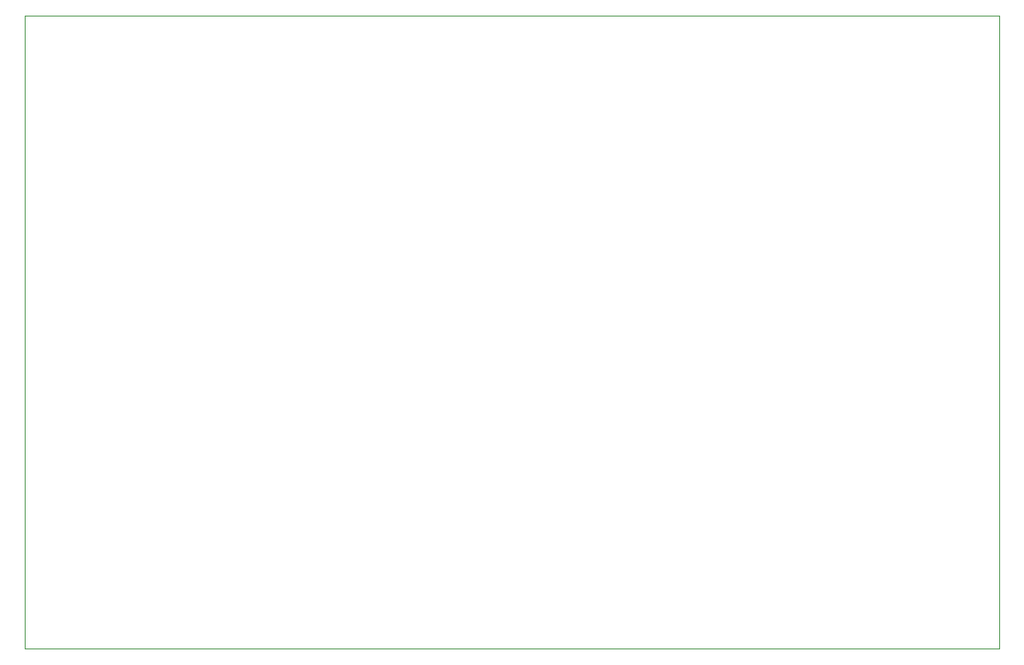
<source format=gbr>
%TF.GenerationSoftware,KiCad,Pcbnew,(6.0.2)*%
%TF.CreationDate,2022-02-20T13:14:23+01:00*%
%TF.ProjectId,220217_GPIOExpanderAW9523,32323032-3137-45f4-9750-494f45787061,v01*%
%TF.SameCoordinates,Original*%
%TF.FileFunction,Profile,NP*%
%FSLAX46Y46*%
G04 Gerber Fmt 4.6, Leading zero omitted, Abs format (unit mm)*
G04 Created by KiCad (PCBNEW (6.0.2)) date 2022-02-20 13:14:23*
%MOMM*%
%LPD*%
G01*
G04 APERTURE LIST*
%TA.AperFunction,Profile*%
%ADD10C,0.100000*%
%TD*%
G04 APERTURE END LIST*
D10*
X106100000Y-60000000D02*
X206100000Y-60000000D01*
X206100000Y-60000000D02*
X206100000Y-125000000D01*
X206100000Y-125000000D02*
X106100000Y-125000000D01*
X106100000Y-125000000D02*
X106100000Y-60000000D01*
M02*

</source>
